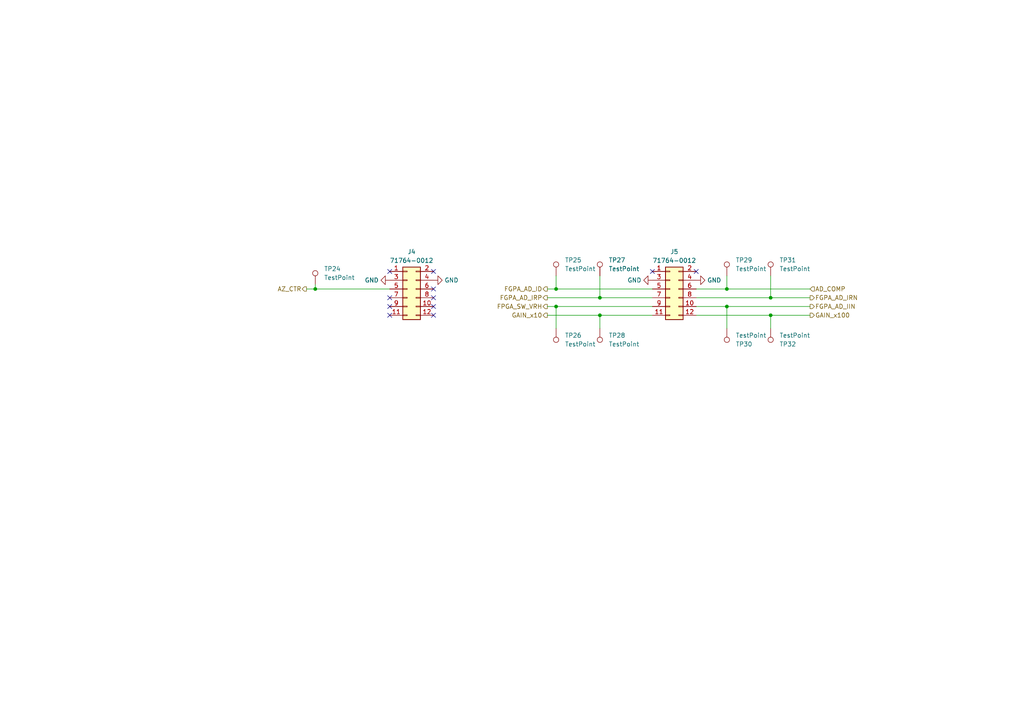
<source format=kicad_sch>
(kicad_sch (version 20250114) (generator "eeschema") (generator_version "9.0")
  (paper "A4")
  (lib_symbols
    (symbol "Connector:TestPoint" (pin_numbers (hide yes)) (pin_names (offset 0.762) (hide yes))
      (property "Reference" "TP" (at 0 6.858 0))
      (property "Value" "TestPoint" (at 0 5.08 0))
      (symbol "TestPoint_0_1"
        (circle (center 0 3.302) (radius 0.762))
      )
      (symbol "TestPoint_1_1"
        (pin passive line (at 0 0 90) (length 2.54) (name "1") (number "1"))
      )
    )
    (symbol "Connector_Generic:Conn_02x06_Odd_Even" (pin_names (offset 1.016) (hide yes))
      (property "Reference" "J" (at 1.27 7.62 0))
      (property "Value" "Conn_02x06_Odd_Even" (at 1.27 -10.16 0))
      (symbol "Conn_02x06_Odd_Even_1_1"
        (rectangle (start -1.27 6.35) (end 3.81 -8.89) (stroke (width 0.254)) (fill (type background)))
        (rectangle (start -1.27 5.207) (end 0 4.953) (stroke (width 0.1524)))
        (rectangle (start -1.27 2.667) (end 0 2.413) (stroke (width 0.1524)))
        (rectangle (start -1.27 0.127) (end 0 -0.127) (stroke (width 0.1524)))
        (rectangle (start -1.27 -2.413) (end 0 -2.667) (stroke (width 0.1524)))
        (rectangle (start -1.27 -4.953) (end 0 -5.207) (stroke (width 0.1524)))
        (rectangle (start -1.27 -7.493) (end 0 -7.747) (stroke (width 0.1524)))
        (rectangle (start 3.81 5.207) (end 2.54 4.953) (stroke (width 0.1524)))
        (rectangle (start 3.81 2.667) (end 2.54 2.413) (stroke (width 0.1524)))
        (rectangle (start 3.81 0.127) (end 2.54 -0.127) (stroke (width 0.1524)))
        (rectangle (start 3.81 -2.413) (end 2.54 -2.667) (stroke (width 0.1524)))
        (rectangle (start 3.81 -4.953) (end 2.54 -5.207) (stroke (width 0.1524)))
        (rectangle (start 3.81 -7.493) (end 2.54 -7.747) (stroke (width 0.1524)))
        (pin passive line (at -5.08 5.08 0) (length 3.81) (name "Pin_1") (number "1"))
        (pin passive line (at -5.08 2.54 0) (length 3.81) (name "Pin_3") (number "3"))
        (pin passive line (at -5.08 0 0) (length 3.81) (name "Pin_5") (number "5"))
        (pin passive line (at -5.08 -2.54 0) (length 3.81) (name "Pin_7") (number "7"))
        (pin passive line (at -5.08 -5.08 0) (length 3.81) (name "Pin_9") (number "9"))
        (pin passive line (at -5.08 -7.62 0) (length 3.81) (name "Pin_11") (number "11"))
        (pin passive line (at 7.62 5.08 180) (length 3.81) (name "Pin_2") (number "2"))
        (pin passive line (at 7.62 2.54 180) (length 3.81) (name "Pin_4") (number "4"))
        (pin passive line (at 7.62 0 180) (length 3.81) (name "Pin_6") (number "6"))
        (pin passive line (at 7.62 -2.54 180) (length 3.81) (name "Pin_8") (number "8"))
        (pin passive line (at 7.62 -5.08 180) (length 3.81) (name "Pin_10") (number "10"))
        (pin passive line (at 7.62 -7.62 180) (length 3.81) (name "Pin_12") (number "12"))
      )
    )
    (symbol "power:GND" (power) (pin_names (offset 0))
      (property "Value" "GND" (at 0 -3.81 0))
      (symbol "GND_0_1"
        (polyline (pts (xy 0 0) (xy 0 -1.27) (xy 1.27 -1.27) (xy 0 -2.54) (xy -1.27 -1.27) (xy 0 -1.27)))
      )
      (symbol "GND_1_1"
        (pin power_in line (at 0 0 270) (length 0) (hide yes) (name "GND") (number "1"))
      )
    )
  )
  (junction (at 210.82 83.82))
  (junction (at 173.99 91.44))
  (junction (at 223.52 91.44))
  (junction (at 210.82 88.9))
  (junction (at 173.99 86.36))
  (junction (at 161.29 83.82))
  (junction (at 223.52 86.36))
  (junction (at 161.29 88.9))
  (junction (at 91.44 83.82))
  (no_connect (at 201.93 78.74))
  (no_connect (at 125.73 91.44))
  (no_connect (at 113.03 86.36))
  (no_connect (at 125.73 86.36))
  (no_connect (at 113.03 88.9))
  (no_connect (at 125.73 83.82))
  (no_connect (at 125.73 78.74))
  (no_connect (at 113.03 78.74))
  (no_connect (at 113.03 91.44))
  (no_connect (at 125.73 88.9))
  (no_connect (at 189.23 78.74))
  (wire (pts (xy 161.29 83.82) (xy 189.23 83.82)))
  (wire (pts (xy 173.99 91.44) (xy 189.23 91.44)))
  (wire (pts (xy 88.9 83.82) (xy 91.44 83.82)))
  (wire (pts (xy 223.52 91.44) (xy 223.52 95.25)))
  (wire (pts (xy 201.93 86.36) (xy 223.52 86.36)))
  (wire (pts (xy 91.44 83.82) (xy 113.03 83.82)))
  (wire (pts (xy 210.82 80.01) (xy 210.82 83.82)))
  (wire (pts (xy 201.93 83.82) (xy 210.82 83.82)))
  (wire (pts (xy 173.99 80.01) (xy 173.99 86.36)))
  (wire (pts (xy 161.29 80.01) (xy 161.29 83.82)))
  (wire (pts (xy 223.52 80.01) (xy 223.52 86.36)))
  (wire (pts (xy 158.75 91.44) (xy 173.99 91.44)))
  (wire (pts (xy 161.29 88.9) (xy 189.23 88.9)))
  (wire (pts (xy 223.52 86.36) (xy 234.95 86.36)))
  (wire (pts (xy 210.82 83.82) (xy 234.95 83.82)))
  (wire (pts (xy 173.99 86.36) (xy 189.23 86.36)))
  (wire (pts (xy 161.29 88.9) (xy 161.29 95.25)))
  (wire (pts (xy 210.82 88.9) (xy 210.82 95.25)))
  (wire (pts (xy 158.75 88.9) (xy 161.29 88.9)))
  (wire (pts (xy 201.93 88.9) (xy 210.82 88.9)))
  (wire (pts (xy 91.44 82.55) (xy 91.44 83.82)))
  (wire (pts (xy 158.75 83.82) (xy 161.29 83.82)))
  (wire (pts (xy 201.93 91.44) (xy 223.52 91.44)))
  (wire (pts (xy 223.52 91.44) (xy 234.95 91.44)))
  (wire (pts (xy 158.75 86.36) (xy 173.99 86.36)))
  (wire (pts (xy 173.99 91.44) (xy 173.99 95.25)))
  (wire (pts (xy 210.82 88.9) (xy 234.95 88.9)))
  (hierarchical_label "FGPA_AD_ID" (shape output) (at 158.75 83.82 180))
  (hierarchical_label "FPGA_SW_VRH" (shape output) (at 158.75 88.9 180))
  (hierarchical_label "AZ_CTR" (shape output) (at 88.9 83.82 180))
  (hierarchical_label "GAIN_x10" (shape output) (at 158.75 91.44 180))
  (hierarchical_label "GAIN_x100" (shape output) (at 234.95 91.44 0))
  (hierarchical_label "FGPA_AD_IRN" (shape output) (at 234.95 86.36 0))
  (hierarchical_label "FGPA_AD_IRP" (shape output) (at 158.75 86.36 180))
  (hierarchical_label "AD_COMP" (shape input) (at 234.95 83.82 0))
  (hierarchical_label "FGPA_AD_IIN" (shape output) (at 234.95 88.9 0))
  (symbol (lib_id "Connector:TestPoint") (at 210.82 80.01 0) (unit 1)
    (property "Reference" "TP29" (at 213.36 75.4379 0) (effects (justify left)))
    (property "Value" "TestPoint" (at 213.36 77.9779 0) (effects (justify left)))
    (property "Footprint" "TestPoint:TestPoint_Pad_D2.0mm" (effects (hide yes)))
    (property "Description" "test point" (effects (hide yes)))
  )
  (symbol (lib_id "Connector:TestPoint") (at 210.82 95.25 0) (mirror x) (unit 1)
    (property "Reference" "TP30" (at 213.36 99.8221 0) (effects (justify left)))
    (property "Value" "TestPoint" (at 213.36 97.2821 0) (effects (justify left)))
    (property "Footprint" "TestPoint:TestPoint_Pad_D2.0mm" (effects (hide yes)))
    (property "Description" "test point" (effects (hide yes)))
  )
  (symbol (lib_id "Connector:TestPoint") (at 91.44 82.55 0) (unit 1)
    (property "Reference" "TP24" (at 93.98 77.9779 0) (effects (justify left)))
    (property "Value" "TestPoint" (at 93.98 80.5179 0) (effects (justify left)))
    (property "Footprint" "TestPoint:TestPoint_Pad_D2.0mm" (effects (hide yes)))
    (property "Description" "test point" (effects (hide yes)))
  )
  (symbol (lib_id "power:GND") (at 201.93 81.28 90) (mirror x) (unit 1)
    (property "Reference" "#PWR0139" (effects (hide yes)))
    (property "Value" "GND" (at 205.105 81.28 90) (effects (justify right)))
  )
  (symbol (lib_id "Connector:TestPoint") (at 173.99 80.01 0) (unit 1)
    (property "Reference" "TP27" (at 176.53 75.4379 0) (effects (justify left)))
    (property "Value" "TestPoint" (at 176.53 77.9779 0) (effects (justify left)))
    (property "Footprint" "TestPoint:TestPoint_Pad_D2.0mm" (effects (hide yes)))
    (property "Description" "test point" (effects (hide yes)))
  )
  (symbol (lib_id "Connector:TestPoint") (at 161.29 80.01 0) (unit 1)
    (property "Reference" "TP25" (at 163.83 75.4379 0) (effects (justify left)))
    (property "Value" "TestPoint" (at 163.83 77.9779 0) (effects (justify left)))
    (property "Footprint" "TestPoint:TestPoint_Pad_D2.0mm" (effects (hide yes)))
    (property "Description" "test point" (effects (hide yes)))
  )
  (symbol (lib_id "power:GND") (at 113.03 81.28 270) (mirror x) (unit 1)
    (property "Reference" "#PWR0136" (effects (hide yes)))
    (property "Value" "GND" (at 109.855 81.28 90) (effects (justify right)))
  )
  (symbol (lib_id "power:GND") (at 189.23 81.28 270) (mirror x) (unit 1)
    (property "Reference" "#PWR0138" (effects (hide yes)))
    (property "Value" "GND" (at 186.055 81.28 90) (effects (justify right)))
  )
  (symbol (lib_id "Connector_Generic:Conn_02x06_Odd_Even") (at 194.31 83.82 0) (unit 1)
    (property "Reference" "J5" (at 195.58 73.025 0))
    (property "Value" "71764-0012" (at 195.58 75.565 0))
    (property "Footprint" "Connector_PinHeader_2.54mm:PinHeader_2x06_P2.54mm_Horizontal" (effects (hide yes)))
  )
  (symbol (lib_id "power:GND") (at 125.73 81.28 90) (mirror x) (unit 1)
    (property "Reference" "#PWR0137" (effects (hide yes)))
    (property "Value" "GND" (at 128.905 81.28 90) (effects (justify right)))
  )
  (symbol (lib_id "Connector:TestPoint") (at 161.29 95.25 180) (unit 1)
    (property "Reference" "TP26" (at 163.83 97.2819 0) (effects (justify right)))
    (property "Value" "TestPoint" (at 163.83 99.8219 0) (effects (justify right)))
    (property "Footprint" "TestPoint:TestPoint_Pad_D2.0mm" (effects (hide yes)))
    (property "Description" "test point" (effects (hide yes)))
  )
  (symbol (lib_id "Connector:TestPoint") (at 223.52 80.01 0) (unit 1)
    (property "Reference" "TP31" (at 226.06 75.4379 0) (effects (justify left)))
    (property "Value" "TestPoint" (at 226.06 77.9779 0) (effects (justify left)))
    (property "Footprint" "TestPoint:TestPoint_Pad_D2.0mm" (effects (hide yes)))
    (property "Description" "test point" (effects (hide yes)))
  )
  (symbol (lib_id "Connector_Generic:Conn_02x06_Odd_Even") (at 118.11 83.82 0) (unit 1)
    (property "Reference" "J4" (at 119.38 73.025 0))
    (property "Value" "71764-0012" (at 119.38 75.565 0))
    (property "Footprint" "Connector_PinHeader_2.54mm:PinHeader_2x06_P2.54mm_Horizontal" (effects (hide yes)))
  )
  (symbol (lib_id "Connector:TestPoint") (at 173.99 95.25 180) (unit 1)
    (property "Reference" "TP28" (at 176.53 97.2819 0) (effects (justify right)))
    (property "Value" "TestPoint" (at 176.53 99.8219 0) (effects (justify right)))
    (property "Footprint" "TestPoint:TestPoint_Pad_D2.0mm" (effects (hide yes)))
    (property "Description" "test point" (effects (hide yes)))
  )
  (symbol (lib_id "Connector:TestPoint") (at 223.52 95.25 0) (mirror x) (unit 1)
    (property "Reference" "TP32" (at 226.06 99.8221 0) (effects (justify left)))
    (property "Value" "TestPoint" (at 226.06 97.2821 0) (effects (justify left)))
    (property "Footprint" "TestPoint:TestPoint_Pad_D2.0mm" (effects (hide yes)))
    (property "Description" "test point" (effects (hide yes)))
  )
)
</source>
